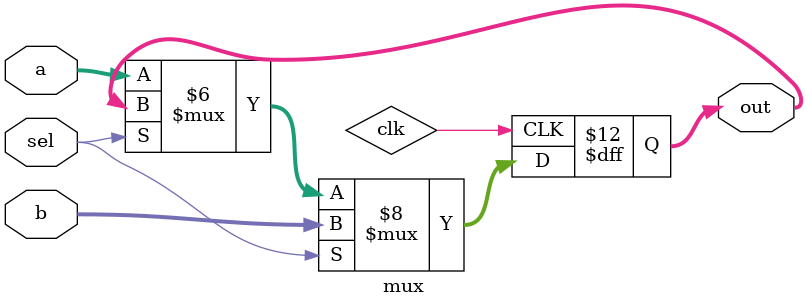
<source format=v>
module mux( 
input [4:0] a, b,
input sel,
output [4:0] out );
// When sel=0, assign a to out. 
// When sel=1, assign b to out. 
// When sel=2, assign both a and b to out.
always @(posedge clk) begin
  if (sel == 0) out <= a;
  if (sel == 1) out <= b;
  if (sel == 2) out <= a | b;
end
endmodule

</source>
